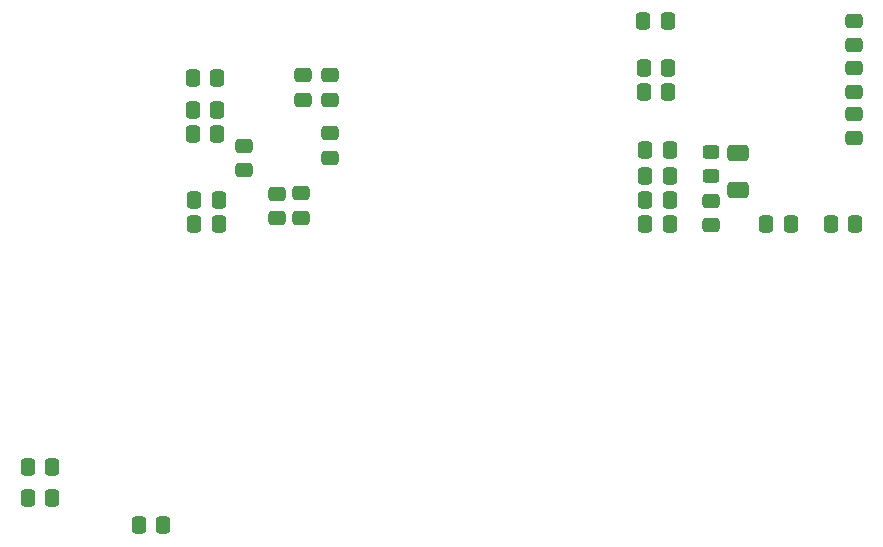
<source format=gbp>
G04 #@! TF.GenerationSoftware,KiCad,Pcbnew,9.0.5*
G04 #@! TF.CreationDate,2025-10-23T19:13:01+02:00*
G04 #@! TF.ProjectId,main-board,6d61696e-2d62-46f6-9172-642e6b696361,1.0a*
G04 #@! TF.SameCoordinates,Original*
G04 #@! TF.FileFunction,Paste,Bot*
G04 #@! TF.FilePolarity,Positive*
%FSLAX46Y46*%
G04 Gerber Fmt 4.6, Leading zero omitted, Abs format (unit mm)*
G04 Created by KiCad (PCBNEW 9.0.5) date 2025-10-23 19:13:01*
%MOMM*%
%LPD*%
G01*
G04 APERTURE LIST*
G04 Aperture macros list*
%AMRoundRect*
0 Rectangle with rounded corners*
0 $1 Rounding radius*
0 $2 $3 $4 $5 $6 $7 $8 $9 X,Y pos of 4 corners*
0 Add a 4 corners polygon primitive as box body*
4,1,4,$2,$3,$4,$5,$6,$7,$8,$9,$2,$3,0*
0 Add four circle primitives for the rounded corners*
1,1,$1+$1,$2,$3*
1,1,$1+$1,$4,$5*
1,1,$1+$1,$6,$7*
1,1,$1+$1,$8,$9*
0 Add four rect primitives between the rounded corners*
20,1,$1+$1,$2,$3,$4,$5,0*
20,1,$1+$1,$4,$5,$6,$7,0*
20,1,$1+$1,$6,$7,$8,$9,0*
20,1,$1+$1,$8,$9,$2,$3,0*%
G04 Aperture macros list end*
%ADD10RoundRect,0.250000X-0.337500X-0.475000X0.337500X-0.475000X0.337500X0.475000X-0.337500X0.475000X0*%
%ADD11RoundRect,0.250000X0.475000X-0.337500X0.475000X0.337500X-0.475000X0.337500X-0.475000X-0.337500X0*%
%ADD12RoundRect,0.250000X0.337500X0.475000X-0.337500X0.475000X-0.337500X-0.475000X0.337500X-0.475000X0*%
%ADD13RoundRect,0.250000X-0.475000X0.337500X-0.475000X-0.337500X0.475000X-0.337500X0.475000X0.337500X0*%
%ADD14RoundRect,0.250000X0.450000X-0.325000X0.450000X0.325000X-0.450000X0.325000X-0.450000X-0.325000X0*%
%ADD15RoundRect,0.250000X-0.650000X0.412500X-0.650000X-0.412500X0.650000X-0.412500X0.650000X0.412500X0*%
G04 APERTURE END LIST*
D10*
X46032000Y-59399200D03*
X48107000Y-59399200D03*
X84218000Y-53176200D03*
X86293000Y-53176200D03*
D11*
X89806000Y-59526200D03*
X89806000Y-57451200D03*
D10*
X84218000Y-59399200D03*
X86293000Y-59399200D03*
X84048000Y-42254200D03*
X86123000Y-42254200D03*
D12*
X101998000Y-59399200D03*
X99923000Y-59399200D03*
D10*
X41354500Y-84926200D03*
X43429500Y-84926200D03*
D13*
X57505000Y-51736200D03*
X57505000Y-53811200D03*
D10*
X46032000Y-57367200D03*
X48107000Y-57367200D03*
X84091000Y-48223200D03*
X86166000Y-48223200D03*
D12*
X34031500Y-79973200D03*
X31956500Y-79973200D03*
D10*
X84218000Y-57367200D03*
X86293000Y-57367200D03*
D13*
X101871000Y-46191200D03*
X101871000Y-48266200D03*
D12*
X96537000Y-59399200D03*
X94462000Y-59399200D03*
D10*
X45905000Y-49747200D03*
X47980000Y-49747200D03*
D14*
X89806000Y-55344200D03*
X89806000Y-53294200D03*
D13*
X101871000Y-42211200D03*
X101871000Y-44286200D03*
D10*
X45905000Y-51779200D03*
X47980000Y-51779200D03*
D12*
X34031500Y-82640200D03*
X31956500Y-82640200D03*
D11*
X53060000Y-58912700D03*
X53060000Y-56837700D03*
D10*
X84218000Y-55335200D03*
X86293000Y-55335200D03*
D11*
X50266000Y-54870200D03*
X50266000Y-52795200D03*
D15*
X92092000Y-53391700D03*
X92092000Y-56516700D03*
D13*
X101871000Y-50085200D03*
X101871000Y-52160200D03*
D11*
X55092000Y-58891200D03*
X55092000Y-56816200D03*
D13*
X57505000Y-46804700D03*
X57505000Y-48879700D03*
D10*
X45905000Y-47080200D03*
X47980000Y-47080200D03*
X84091000Y-46191200D03*
X86166000Y-46191200D03*
D13*
X55219000Y-46804700D03*
X55219000Y-48879700D03*
M02*

</source>
